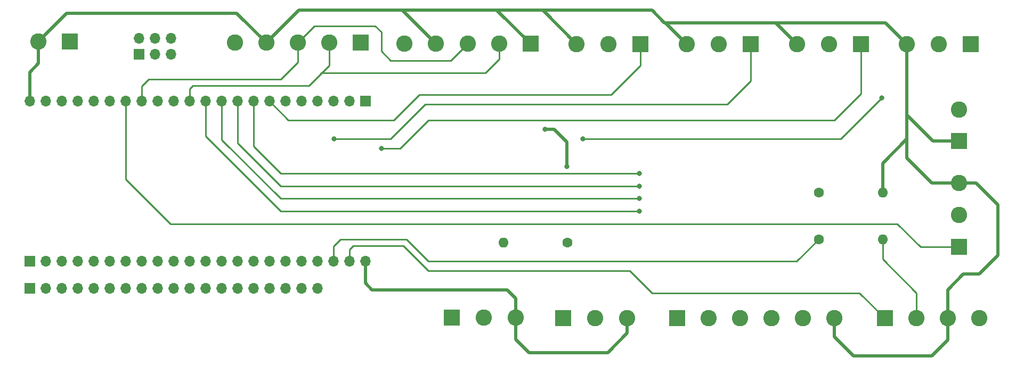
<source format=gbr>
%TF.GenerationSoftware,KiCad,Pcbnew,(6.0.10)*%
%TF.CreationDate,2025-06-24T19:53:16+02:00*%
%TF.ProjectId,esp_shield,6573705f-7368-4696-956c-642e6b696361,1.0*%
%TF.SameCoordinates,Original*%
%TF.FileFunction,Copper,L2,Bot*%
%TF.FilePolarity,Positive*%
%FSLAX46Y46*%
G04 Gerber Fmt 4.6, Leading zero omitted, Abs format (unit mm)*
G04 Created by KiCad (PCBNEW (6.0.10)) date 2025-06-24 19:53:16*
%MOMM*%
%LPD*%
G01*
G04 APERTURE LIST*
%TA.AperFunction,ComponentPad*%
%ADD10R,1.700000X1.700000*%
%TD*%
%TA.AperFunction,ComponentPad*%
%ADD11O,1.700000X1.700000*%
%TD*%
%TA.AperFunction,ComponentPad*%
%ADD12R,2.600000X2.600000*%
%TD*%
%TA.AperFunction,ComponentPad*%
%ADD13C,2.600000*%
%TD*%
%TA.AperFunction,ComponentPad*%
%ADD14O,1.600000X1.600000*%
%TD*%
%TA.AperFunction,ComponentPad*%
%ADD15C,1.600000*%
%TD*%
%TA.AperFunction,ViaPad*%
%ADD16C,0.800000*%
%TD*%
%TA.AperFunction,Conductor*%
%ADD17C,0.500000*%
%TD*%
%TA.AperFunction,Conductor*%
%ADD18C,0.250000*%
%TD*%
G04 APERTURE END LIST*
D10*
%TO.P,J17,1,Pin_1*%
%TO.N,GND*%
X89150000Y-116750000D03*
D11*
%TO.P,J17,2,Pin_2*%
X91690000Y-116750000D03*
%TO.P,J17,3,Pin_3*%
%TO.N,19*%
X94230000Y-116750000D03*
%TO.P,J17,4,Pin_4*%
%TO.N,20*%
X96770000Y-116750000D03*
%TO.P,J17,5,Pin_5*%
%TO.N,21*%
X99310000Y-116750000D03*
%TO.P,J17,6,Pin_6*%
%TO.N,47*%
X101850000Y-116750000D03*
%TO.P,J17,7,Pin_7*%
%TO.N,48*%
X104390000Y-116750000D03*
%TO.P,J17,8,Pin_8*%
%TO.N,45*%
X106930000Y-116750000D03*
%TO.P,J17,9,Pin_9*%
%TO.N,0*%
X109470000Y-116750000D03*
%TO.P,J17,10,Pin_10*%
%TO.N,35*%
X112010000Y-116750000D03*
%TO.P,J17,11,Pin_11*%
%TO.N,36*%
X114550000Y-116750000D03*
%TO.P,J17,12,Pin_12*%
%TO.N,37*%
X117090000Y-116750000D03*
%TO.P,J17,13,Pin_13*%
%TO.N,38*%
X119630000Y-116750000D03*
%TO.P,J17,14,Pin_14*%
%TO.N,39*%
X122170000Y-116750000D03*
%TO.P,J17,15,Pin_15*%
%TO.N,40*%
X124710000Y-116750000D03*
%TO.P,J17,16,Pin_16*%
%TO.N,41*%
X127250000Y-116750000D03*
%TO.P,J17,17,Pin_17*%
%TO.N,42*%
X129790000Y-116750000D03*
%TO.P,J17,18,Pin_18*%
%TO.N,2*%
X132330000Y-116750000D03*
%TO.P,J17,19,Pin_19*%
%TO.N,1*%
X134870000Y-116750000D03*
%TD*%
D10*
%TO.P,J16,1,Pin_1*%
%TO.N,11*%
X106500000Y-79500000D03*
D11*
%TO.P,J16,2,Pin_2*%
%TO.N,12*%
X106500000Y-76960000D03*
%TO.P,J16,3,Pin_3*%
%TO.N,46*%
X109040000Y-79500000D03*
%TO.P,J16,4,Pin_4*%
%TO.N,13*%
X109040000Y-76960000D03*
%TO.P,J16,5,Pin_5*%
%TO.N,3*%
X111580000Y-79500000D03*
%TO.P,J16,6,Pin_6*%
%TO.N,14*%
X111580000Y-76960000D03*
%TD*%
D12*
%TO.P,J11,1,Pin_1*%
%TO.N,GND*%
X168701000Y-77866001D03*
D13*
%TO.P,J11,2,Pin_2*%
%TO.N,8*%
X163701000Y-77866001D03*
%TO.P,J11,3,Pin_3*%
%TO.N,9*%
X158701000Y-77866001D03*
%TO.P,J11,4,Pin_4*%
%TO.N,GND*%
X153701000Y-77866001D03*
%TO.P,J11,5,Pin_5*%
%TO.N,3V3*%
X148701000Y-77866001D03*
%TD*%
D12*
%TO.P,J15,1,Pin_1*%
%TO.N,GND*%
X236817000Y-93341500D03*
D13*
%TO.P,J15,2,Pin_2*%
%TO.N,5V*%
X236817000Y-88341500D03*
%TD*%
D12*
%TO.P,J14,1,Pin_1*%
%TO.N,5V*%
X95500000Y-77500000D03*
D13*
%TO.P,J14,2,Pin_2*%
%TO.N,GND*%
X90500000Y-77500000D03*
%TD*%
D10*
%TO.P,J2,1,Pin_1*%
%TO.N,GND*%
X89130000Y-112500000D03*
D11*
%TO.P,J2,2,Pin_2*%
X91670000Y-112500000D03*
%TO.P,J2,3,Pin_3*%
%TO.N,19*%
X94210000Y-112500000D03*
%TO.P,J2,4,Pin_4*%
%TO.N,20*%
X96750000Y-112500000D03*
%TO.P,J2,5,Pin_5*%
%TO.N,21*%
X99290000Y-112500000D03*
%TO.P,J2,6,Pin_6*%
%TO.N,47*%
X101830000Y-112500000D03*
%TO.P,J2,7,Pin_7*%
%TO.N,48*%
X104370000Y-112500000D03*
%TO.P,J2,8,Pin_8*%
%TO.N,45*%
X106910000Y-112500000D03*
%TO.P,J2,9,Pin_9*%
%TO.N,0*%
X109450000Y-112500000D03*
%TO.P,J2,10,Pin_10*%
%TO.N,35*%
X111990000Y-112500000D03*
%TO.P,J2,11,Pin_11*%
%TO.N,36*%
X114530000Y-112500000D03*
%TO.P,J2,12,Pin_12*%
%TO.N,37*%
X117070000Y-112500000D03*
%TO.P,J2,13,Pin_13*%
%TO.N,38*%
X119610000Y-112500000D03*
%TO.P,J2,14,Pin_14*%
%TO.N,39*%
X122150000Y-112500000D03*
%TO.P,J2,15,Pin_15*%
%TO.N,40*%
X124690000Y-112500000D03*
%TO.P,J2,16,Pin_16*%
%TO.N,41*%
X127230000Y-112500000D03*
%TO.P,J2,17,Pin_17*%
%TO.N,42*%
X129770000Y-112500000D03*
%TO.P,J2,18,Pin_18*%
%TO.N,2*%
X132310000Y-112500000D03*
%TO.P,J2,19,Pin_19*%
%TO.N,1*%
X134850000Y-112500000D03*
%TO.P,J2,20,Pin_20*%
%TO.N,RX*%
X137390000Y-112500000D03*
%TO.P,J2,21,Pin_21*%
%TO.N,TX*%
X139930000Y-112500000D03*
%TO.P,J2,22,Pin_22*%
%TO.N,GND*%
X142470000Y-112500000D03*
%TD*%
D10*
%TO.P,J1,1,Pin_1*%
%TO.N,3V3*%
X142480000Y-87000000D03*
D11*
%TO.P,J1,2,Pin_2*%
X139940000Y-87000000D03*
%TO.P,J1,3,Pin_3*%
%TO.N,RST*%
X137400000Y-87000000D03*
%TO.P,J1,4,Pin_4*%
%TO.N,4*%
X134860000Y-87000000D03*
%TO.P,J1,5,Pin_5*%
%TO.N,5*%
X132320000Y-87000000D03*
%TO.P,J1,6,Pin_6*%
%TO.N,6*%
X129780000Y-87000000D03*
%TO.P,J1,7,Pin_7*%
%TO.N,7*%
X127240000Y-87000000D03*
%TO.P,J1,8,Pin_8*%
%TO.N,15*%
X124700000Y-87000000D03*
%TO.P,J1,9,Pin_9*%
%TO.N,16*%
X122160000Y-87000000D03*
%TO.P,J1,10,Pin_10*%
%TO.N,17*%
X119620000Y-87000000D03*
%TO.P,J1,11,Pin_11*%
%TO.N,18*%
X117080000Y-87000000D03*
%TO.P,J1,12,Pin_12*%
%TO.N,8*%
X114540000Y-87000000D03*
%TO.P,J1,13,Pin_13*%
%TO.N,3*%
X112000000Y-87000000D03*
%TO.P,J1,14,Pin_14*%
%TO.N,46*%
X109460000Y-87000000D03*
%TO.P,J1,15,Pin_15*%
%TO.N,9*%
X106920000Y-87000000D03*
%TO.P,J1,16,Pin_16*%
%TO.N,10*%
X104380000Y-87000000D03*
%TO.P,J1,17,Pin_17*%
%TO.N,11*%
X101840000Y-87000000D03*
%TO.P,J1,18,Pin_18*%
%TO.N,12*%
X99300000Y-87000000D03*
%TO.P,J1,19,Pin_19*%
%TO.N,13*%
X96760000Y-87000000D03*
%TO.P,J1,20,Pin_20*%
%TO.N,14*%
X94220000Y-87000000D03*
%TO.P,J1,21,Pin_21*%
%TO.N,5V*%
X91680000Y-87000000D03*
%TO.P,J1,22,Pin_22*%
%TO.N,GND*%
X89140000Y-87000000D03*
%TD*%
D12*
%TO.P,J13,1,Pin_1*%
%TO.N,TX*%
X225000000Y-121500000D03*
D13*
%TO.P,J13,2,Pin_2*%
%TO.N,Net-(J13-Pad2)*%
X230000000Y-121500000D03*
%TO.P,J13,3,Pin_3*%
%TO.N,GND*%
X235000000Y-121500000D03*
%TO.P,J13,4,Pin_4*%
%TO.N,5V*%
X240000000Y-121500000D03*
%TD*%
D12*
%TO.P,J12,1,Pin_1*%
%TO.N,3V3*%
X141701000Y-77695001D03*
D13*
%TO.P,J12,2,Pin_2*%
%TO.N,8*%
X136701000Y-77695001D03*
%TO.P,J12,3,Pin_3*%
%TO.N,9*%
X131701000Y-77695001D03*
%TO.P,J12,4,Pin_4*%
%TO.N,GND*%
X126701000Y-77695001D03*
%TO.P,J12,5,Pin_5*%
%TO.N,3V3*%
X121701000Y-77695001D03*
%TD*%
D14*
%TO.P,R3,2*%
%TO.N,GND*%
X224660000Y-101500000D03*
D15*
%TO.P,R3,1*%
%TO.N,RX*%
X214500000Y-101500000D03*
%TD*%
D14*
%TO.P,R2,2*%
%TO.N,Net-(J13-Pad2)*%
X224660000Y-109000000D03*
D15*
%TO.P,R2,1*%
%TO.N,RX*%
X214500000Y-109000000D03*
%TD*%
D12*
%TO.P,J10,1,Pin_1*%
%TO.N,18*%
X192000000Y-121500000D03*
D13*
%TO.P,J10,2,Pin_2*%
%TO.N,17*%
X197000000Y-121500000D03*
%TO.P,J10,3,Pin_3*%
%TO.N,16*%
X202000000Y-121500000D03*
%TO.P,J10,4,Pin_4*%
%TO.N,15*%
X207000000Y-121500000D03*
%TO.P,J10,5,Pin_5*%
%TO.N,5V*%
X212000000Y-121500000D03*
%TO.P,J10,6,Pin_6*%
%TO.N,GND*%
X217000000Y-121500000D03*
%TD*%
%TO.P,J9,3,Pin_3*%
%TO.N,GND*%
X176041000Y-77890000D03*
%TO.P,J9,2,Pin_2*%
%TO.N,5V*%
X181121000Y-77890000D03*
D12*
%TO.P,J9,1,Pin_1*%
%TO.N,7*%
X186201000Y-77890000D03*
%TD*%
%TO.P,J8,1,Pin_1*%
%TO.N,6*%
X203701000Y-77890000D03*
D13*
%TO.P,J8,2,Pin_2*%
%TO.N,5V*%
X198621000Y-77890000D03*
%TO.P,J8,3,Pin_3*%
%TO.N,GND*%
X193541000Y-77890000D03*
%TD*%
D12*
%TO.P,J7,1,Pin_1*%
%TO.N,5*%
X221201000Y-77890000D03*
D13*
%TO.P,J7,2,Pin_2*%
%TO.N,5V*%
X216121000Y-77890000D03*
%TO.P,J7,3,Pin_3*%
%TO.N,GND*%
X211041000Y-77890000D03*
%TD*%
D12*
%TO.P,J6,1,Pin_1*%
%TO.N,4*%
X238701000Y-77890000D03*
D13*
%TO.P,J6,2,Pin_2*%
%TO.N,5V*%
X233621000Y-77890000D03*
%TO.P,J6,3,Pin_3*%
%TO.N,GND*%
X228541000Y-77890000D03*
%TD*%
%TO.P,J5,3,Pin_3*%
%TO.N,GND*%
X236817000Y-100023000D03*
%TO.P,J5,2,Pin_2*%
%TO.N,5V*%
X236817000Y-105103000D03*
D12*
%TO.P,J5,1,Pin_1*%
%TO.N,10*%
X236817000Y-110183000D03*
%TD*%
D15*
%TO.P,R1,1*%
%TO.N,3V3*%
X174580000Y-109500000D03*
D14*
%TO.P,R1,2*%
%TO.N,1*%
X164420000Y-109500000D03*
%TD*%
D13*
%TO.P,J4,3,Pin_3*%
%TO.N,GND*%
X166383000Y-121427000D03*
%TO.P,J4,2,Pin_2*%
%TO.N,3V3*%
X161303000Y-121427000D03*
D12*
%TO.P,J4,1,Pin_1*%
%TO.N,1*%
X156223000Y-121427000D03*
%TD*%
%TO.P,J3,1,Pin_1*%
%TO.N,1*%
X173915000Y-121500000D03*
D13*
%TO.P,J3,2,Pin_2*%
%TO.N,3V3*%
X178995000Y-121500000D03*
%TO.P,J3,3,Pin_3*%
%TO.N,GND*%
X184075000Y-121500000D03*
%TD*%
D16*
%TO.N,4*%
X224500000Y-86500000D03*
X177000000Y-93000000D03*
%TO.N,18*%
X186000000Y-104500000D03*
%TO.N,17*%
X186000000Y-102500000D03*
%TO.N,16*%
X186000000Y-100500000D03*
%TO.N,15*%
X186000000Y-98500000D03*
%TO.N,5*%
X145000000Y-94500000D03*
%TO.N,6*%
X137500000Y-93000000D03*
%TO.N,3V3*%
X171000000Y-91500000D03*
X174500000Y-97420000D03*
%TD*%
D17*
%TO.N,GND*%
X232673500Y-93341500D02*
X236817000Y-93341500D01*
X228541000Y-89209000D02*
X228541000Y-89959000D01*
X228541000Y-77890000D02*
X228541000Y-89209000D01*
X228541000Y-89209000D02*
X232673500Y-93341500D01*
D18*
%TO.N,5*%
X148000000Y-94500000D02*
X145000000Y-94500000D01*
X152500000Y-90000000D02*
X148000000Y-94500000D01*
X217000000Y-90000000D02*
X152500000Y-90000000D01*
X221201000Y-85799000D02*
X217000000Y-90000000D01*
X221201000Y-77890000D02*
X221201000Y-85799000D01*
D17*
%TO.N,GND*%
X176041000Y-77890000D02*
X170651000Y-72500000D01*
X163334999Y-72500000D02*
X162750000Y-72500000D01*
X168701000Y-77866001D02*
X163334999Y-72500000D01*
D18*
%TO.N,4*%
X218000000Y-93000000D02*
X224500000Y-86500000D01*
X177000000Y-93000000D02*
X218000000Y-93000000D01*
%TO.N,TX*%
X152500000Y-114000000D02*
X184500000Y-114000000D01*
X188000000Y-117500000D02*
X221000000Y-117500000D01*
X221000000Y-117500000D02*
X225000000Y-121500000D01*
X148500000Y-110000000D02*
X152500000Y-114000000D01*
X184500000Y-114000000D02*
X188000000Y-117500000D01*
X139930000Y-110570000D02*
X140500000Y-110000000D01*
X139930000Y-112500000D02*
X139930000Y-110570000D01*
X140500000Y-110000000D02*
X148500000Y-110000000D01*
%TO.N,RX*%
X137390000Y-110110000D02*
X137390000Y-112500000D01*
X138500000Y-109000000D02*
X137390000Y-110110000D01*
X149000000Y-109000000D02*
X138500000Y-109000000D01*
X152500000Y-112500000D02*
X149000000Y-109000000D01*
X211000000Y-112500000D02*
X152500000Y-112500000D01*
X214500000Y-109000000D02*
X211000000Y-112500000D01*
%TO.N,18*%
X129000000Y-104500000D02*
X186000000Y-104500000D01*
X117080000Y-92580000D02*
X129000000Y-104500000D01*
X117080000Y-87000000D02*
X117080000Y-92580000D01*
%TO.N,17*%
X129000000Y-102500000D02*
X186000000Y-102500000D01*
X119620000Y-93120000D02*
X129000000Y-102500000D01*
X119620000Y-87000000D02*
X119620000Y-93120000D01*
%TO.N,16*%
X122160000Y-93660000D02*
X122160000Y-87000000D01*
X129000000Y-100500000D02*
X122160000Y-93660000D01*
X186000000Y-100500000D02*
X129000000Y-100500000D01*
%TO.N,15*%
X129000000Y-98500000D02*
X186000000Y-98500000D01*
X124700000Y-94200000D02*
X129000000Y-98500000D01*
X124700000Y-87000000D02*
X124700000Y-94200000D01*
D17*
%TO.N,3V3*%
X174500000Y-97420000D02*
X174500000Y-93500000D01*
X174500000Y-93500000D02*
X172500000Y-91500000D01*
X172500000Y-91500000D02*
X171000000Y-91500000D01*
D18*
%TO.N,10*%
X236817000Y-110183000D02*
X230683000Y-110183000D01*
X230683000Y-110183000D02*
X227000000Y-106500000D01*
X104380000Y-99380000D02*
X104380000Y-87000000D01*
X227000000Y-106500000D02*
X111500000Y-106500000D01*
X111500000Y-106500000D02*
X104380000Y-99380000D01*
D17*
%TO.N,GND*%
X89140000Y-82360000D02*
X89140000Y-87000000D01*
X90500000Y-81000000D02*
X89140000Y-82360000D01*
X90500000Y-77500000D02*
X90500000Y-81000000D01*
X95000000Y-73000000D02*
X90500000Y-77500000D01*
X126701000Y-77695001D02*
X122005999Y-73000000D01*
X122005999Y-73000000D02*
X95000000Y-73000000D01*
X184075000Y-123925000D02*
X184075000Y-121500000D01*
X181000000Y-127000000D02*
X184075000Y-123925000D01*
X166383000Y-124883000D02*
X168500000Y-127000000D01*
X168500000Y-127000000D02*
X181000000Y-127000000D01*
X166383000Y-121427000D02*
X166383000Y-124883000D01*
X143500000Y-117000000D02*
X165000000Y-117000000D01*
X142470000Y-115970000D02*
X143500000Y-117000000D01*
X165000000Y-117000000D02*
X166383000Y-118383000D01*
X142470000Y-112500000D02*
X142470000Y-115970000D01*
X166383000Y-118383000D02*
X166383000Y-121427000D01*
D18*
%TO.N,Net-(J13-Pad2)*%
X224660000Y-112160000D02*
X230000000Y-117500000D01*
X224660000Y-109000000D02*
X224660000Y-112160000D01*
X230000000Y-117500000D02*
X230000000Y-121500000D01*
D17*
%TO.N,GND*%
X224660000Y-96840000D02*
X228541000Y-92959000D01*
X228541000Y-92959000D02*
X228541000Y-89959000D01*
X224660000Y-101500000D02*
X224660000Y-96840000D01*
X228541000Y-96041000D02*
X228541000Y-92959000D01*
X217000000Y-124500000D02*
X217000000Y-121500000D01*
X220000000Y-127500000D02*
X217000000Y-124500000D01*
X232500000Y-127500000D02*
X220000000Y-127500000D01*
X235000000Y-125000000D02*
X232500000Y-127500000D01*
X235000000Y-121500000D02*
X235000000Y-125000000D01*
X235000000Y-117000000D02*
X235000000Y-121500000D01*
X237500000Y-114500000D02*
X235000000Y-117000000D01*
X240000000Y-114500000D02*
X237500000Y-114500000D01*
X243000000Y-111500000D02*
X240000000Y-114500000D01*
X243000000Y-103500000D02*
X243000000Y-111500000D01*
X239523000Y-100023000D02*
X243000000Y-103500000D01*
X236817000Y-100023000D02*
X239523000Y-100023000D01*
X236817000Y-100023000D02*
X232523000Y-100023000D01*
X232523000Y-100023000D02*
X228541000Y-96041000D01*
D18*
%TO.N,6*%
X200000000Y-87500000D02*
X203701000Y-83799000D01*
X152000000Y-87500000D02*
X200000000Y-87500000D01*
X137500000Y-93000000D02*
X146500000Y-93000000D01*
X146500000Y-93000000D02*
X152000000Y-87500000D01*
X203701000Y-83799000D02*
X203701000Y-77890000D01*
%TO.N,7*%
X147000000Y-90000000D02*
X130240000Y-90000000D01*
X151000000Y-86000000D02*
X147000000Y-90000000D01*
X130240000Y-90000000D02*
X127240000Y-87000000D01*
X181500000Y-86000000D02*
X151000000Y-86000000D01*
X186201000Y-81299000D02*
X181500000Y-86000000D01*
X186201000Y-77890000D02*
X186201000Y-81299000D01*
%TO.N,8*%
X161500000Y-82500000D02*
X135500000Y-82500000D01*
X163701000Y-77866001D02*
X163701000Y-80299000D01*
X136701000Y-81299000D02*
X134500000Y-83500000D01*
X135500000Y-82500000D02*
X134500000Y-83500000D01*
X134500000Y-83500000D02*
X133500000Y-84500000D01*
X163701000Y-80299000D02*
X161500000Y-82500000D01*
%TO.N,9*%
X134396001Y-75000000D02*
X131701000Y-77695001D01*
X144000000Y-75000000D02*
X134396001Y-75000000D01*
X145000000Y-76000000D02*
X144000000Y-75000000D01*
X145000000Y-79000000D02*
X145000000Y-76000000D01*
X146500000Y-80500000D02*
X145000000Y-79000000D01*
X156067001Y-80500000D02*
X146500000Y-80500000D01*
X158701000Y-77866001D02*
X156067001Y-80500000D01*
D17*
%TO.N,GND*%
X153701000Y-77866001D02*
X148334999Y-72500000D01*
X148334999Y-72500000D02*
X147500000Y-72500000D01*
X147500000Y-72500000D02*
X188000000Y-72500000D01*
X131896001Y-72500000D02*
X147500000Y-72500000D01*
X188000000Y-72500000D02*
X190000000Y-74500000D01*
X126701000Y-77695001D02*
X131896001Y-72500000D01*
D18*
%TO.N,8*%
X115080000Y-84500000D02*
X133500000Y-84500000D01*
X114540000Y-85040000D02*
X115080000Y-84500000D01*
X114540000Y-85040000D02*
X114540000Y-87000000D01*
X136701000Y-77695001D02*
X136701000Y-81299000D01*
%TO.N,9*%
X108000000Y-83500000D02*
X106920000Y-84580000D01*
X129000000Y-83500000D02*
X108000000Y-83500000D01*
X131701000Y-80799000D02*
X129000000Y-83500000D01*
X131701000Y-77695001D02*
X131701000Y-80799000D01*
X106920000Y-84580000D02*
X106920000Y-87000000D01*
D17*
%TO.N,GND*%
X190151000Y-74500000D02*
X190000000Y-74500000D01*
X193541000Y-77890000D02*
X190151000Y-74500000D01*
X190000000Y-74500000D02*
X206000000Y-74500000D01*
X207651000Y-74500000D02*
X206000000Y-74500000D01*
X211041000Y-77890000D02*
X207651000Y-74500000D01*
X206000000Y-74500000D02*
X225151000Y-74500000D01*
X225151000Y-74500000D02*
X228541000Y-77890000D01*
%TD*%
M02*

</source>
